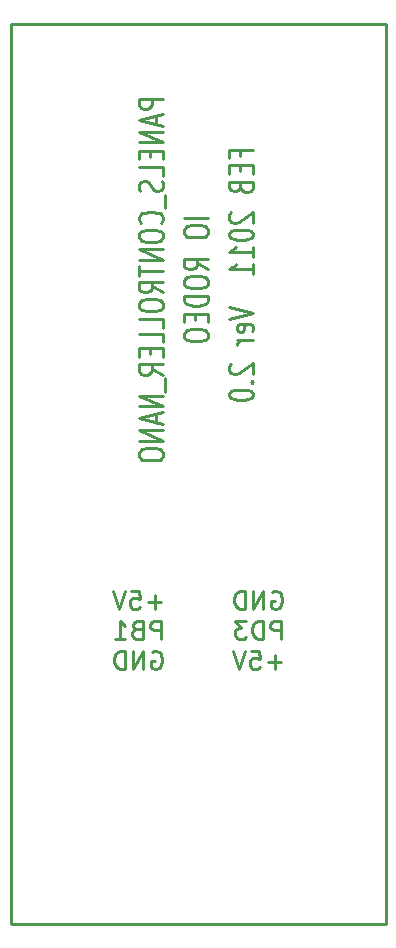
<source format=gbo>
G04 (created by PCBNEW-RS274X (2010-03-14)-final) date Wed 16 Feb 2011 04:18:36 PM PST*
G01*
G70*
G90*
%MOIN*%
G04 Gerber Fmt 3.4, Leading zero omitted, Abs format*
%FSLAX34Y34*%
G04 APERTURE LIST*
%ADD10C,0.006000*%
%ADD11C,0.010000*%
%ADD12C,0.009000*%
G04 APERTURE END LIST*
G54D10*
G54D11*
X53324Y-31457D02*
X52524Y-31457D01*
X52524Y-31857D02*
X52524Y-31971D01*
X52562Y-32029D01*
X52638Y-32086D01*
X52790Y-32114D01*
X53057Y-32114D01*
X53210Y-32086D01*
X53286Y-32029D01*
X53324Y-31971D01*
X53324Y-31857D01*
X53286Y-31800D01*
X53210Y-31743D01*
X53057Y-31714D01*
X52790Y-31714D01*
X52638Y-31743D01*
X52562Y-31800D01*
X52524Y-31857D01*
X53324Y-33172D02*
X52943Y-32972D01*
X53324Y-32829D02*
X52524Y-32829D01*
X52524Y-33057D01*
X52562Y-33115D01*
X52600Y-33143D01*
X52676Y-33172D01*
X52790Y-33172D01*
X52867Y-33143D01*
X52905Y-33115D01*
X52943Y-33057D01*
X52943Y-32829D01*
X52524Y-33543D02*
X52524Y-33657D01*
X52562Y-33715D01*
X52638Y-33772D01*
X52790Y-33800D01*
X53057Y-33800D01*
X53210Y-33772D01*
X53286Y-33715D01*
X53324Y-33657D01*
X53324Y-33543D01*
X53286Y-33486D01*
X53210Y-33429D01*
X53057Y-33400D01*
X52790Y-33400D01*
X52638Y-33429D01*
X52562Y-33486D01*
X52524Y-33543D01*
X53324Y-34058D02*
X52524Y-34058D01*
X52524Y-34201D01*
X52562Y-34286D01*
X52638Y-34344D01*
X52714Y-34372D01*
X52867Y-34401D01*
X52981Y-34401D01*
X53133Y-34372D01*
X53210Y-34344D01*
X53286Y-34286D01*
X53324Y-34201D01*
X53324Y-34058D01*
X52905Y-34658D02*
X52905Y-34858D01*
X53324Y-34944D02*
X53324Y-34658D01*
X52524Y-34658D01*
X52524Y-34944D01*
X52524Y-35315D02*
X52524Y-35429D01*
X52562Y-35487D01*
X52638Y-35544D01*
X52790Y-35572D01*
X53057Y-35572D01*
X53210Y-35544D01*
X53286Y-35487D01*
X53324Y-35429D01*
X53324Y-35315D01*
X53286Y-35258D01*
X53210Y-35201D01*
X53057Y-35172D01*
X52790Y-35172D01*
X52638Y-35201D01*
X52562Y-35258D01*
X52524Y-35315D01*
X55742Y-45493D02*
X55742Y-44893D01*
X55514Y-44893D01*
X55456Y-44921D01*
X55428Y-44950D01*
X55399Y-45007D01*
X55399Y-45093D01*
X55428Y-45150D01*
X55456Y-45179D01*
X55514Y-45207D01*
X55742Y-45207D01*
X55142Y-45493D02*
X55142Y-44893D01*
X54999Y-44893D01*
X54914Y-44921D01*
X54856Y-44979D01*
X54828Y-45036D01*
X54799Y-45150D01*
X54799Y-45236D01*
X54828Y-45350D01*
X54856Y-45407D01*
X54914Y-45464D01*
X54999Y-45493D01*
X55142Y-45493D01*
X54599Y-44893D02*
X54228Y-44893D01*
X54428Y-45121D01*
X54342Y-45121D01*
X54285Y-45150D01*
X54256Y-45179D01*
X54228Y-45236D01*
X54228Y-45379D01*
X54256Y-45436D01*
X54285Y-45464D01*
X54342Y-45493D01*
X54514Y-45493D01*
X54571Y-45464D01*
X54599Y-45436D01*
X51742Y-45493D02*
X51742Y-44893D01*
X51514Y-44893D01*
X51456Y-44921D01*
X51428Y-44950D01*
X51399Y-45007D01*
X51399Y-45093D01*
X51428Y-45150D01*
X51456Y-45179D01*
X51514Y-45207D01*
X51742Y-45207D01*
X50942Y-45179D02*
X50856Y-45207D01*
X50828Y-45236D01*
X50799Y-45293D01*
X50799Y-45379D01*
X50828Y-45436D01*
X50856Y-45464D01*
X50914Y-45493D01*
X51142Y-45493D01*
X51142Y-44893D01*
X50942Y-44893D01*
X50885Y-44921D01*
X50856Y-44950D01*
X50828Y-45007D01*
X50828Y-45064D01*
X50856Y-45121D01*
X50885Y-45150D01*
X50942Y-45179D01*
X51142Y-45179D01*
X50228Y-45493D02*
X50571Y-45493D01*
X50399Y-45493D02*
X50399Y-44893D01*
X50456Y-44979D01*
X50514Y-45036D01*
X50571Y-45064D01*
X51457Y-45921D02*
X51514Y-45893D01*
X51600Y-45893D01*
X51685Y-45921D01*
X51743Y-45979D01*
X51771Y-46036D01*
X51800Y-46150D01*
X51800Y-46236D01*
X51771Y-46350D01*
X51743Y-46407D01*
X51685Y-46464D01*
X51600Y-46493D01*
X51543Y-46493D01*
X51457Y-46464D01*
X51428Y-46436D01*
X51428Y-46236D01*
X51543Y-46236D01*
X51171Y-46493D02*
X51171Y-45893D01*
X50828Y-46493D01*
X50828Y-45893D01*
X50542Y-46493D02*
X50542Y-45893D01*
X50399Y-45893D01*
X50314Y-45921D01*
X50256Y-45979D01*
X50228Y-46036D01*
X50199Y-46150D01*
X50199Y-46236D01*
X50228Y-46350D01*
X50256Y-46407D01*
X50314Y-46464D01*
X50399Y-46493D01*
X50542Y-46493D01*
X55457Y-43921D02*
X55514Y-43893D01*
X55600Y-43893D01*
X55685Y-43921D01*
X55743Y-43979D01*
X55771Y-44036D01*
X55800Y-44150D01*
X55800Y-44236D01*
X55771Y-44350D01*
X55743Y-44407D01*
X55685Y-44464D01*
X55600Y-44493D01*
X55543Y-44493D01*
X55457Y-44464D01*
X55428Y-44436D01*
X55428Y-44236D01*
X55543Y-44236D01*
X55171Y-44493D02*
X55171Y-43893D01*
X54828Y-44493D01*
X54828Y-43893D01*
X54542Y-44493D02*
X54542Y-43893D01*
X54399Y-43893D01*
X54314Y-43921D01*
X54256Y-43979D01*
X54228Y-44036D01*
X54199Y-44150D01*
X54199Y-44236D01*
X54228Y-44350D01*
X54256Y-44407D01*
X54314Y-44464D01*
X54399Y-44493D01*
X54542Y-44493D01*
X55771Y-46264D02*
X55314Y-46264D01*
X55543Y-46493D02*
X55543Y-46036D01*
X54742Y-45893D02*
X55028Y-45893D01*
X55057Y-46179D01*
X55028Y-46150D01*
X54971Y-46121D01*
X54828Y-46121D01*
X54771Y-46150D01*
X54742Y-46179D01*
X54714Y-46236D01*
X54714Y-46379D01*
X54742Y-46436D01*
X54771Y-46464D01*
X54828Y-46493D01*
X54971Y-46493D01*
X55028Y-46464D01*
X55057Y-46436D01*
X54543Y-45893D02*
X54343Y-46493D01*
X54143Y-45893D01*
X51771Y-44264D02*
X51314Y-44264D01*
X51543Y-44493D02*
X51543Y-44036D01*
X50742Y-43893D02*
X51028Y-43893D01*
X51057Y-44179D01*
X51028Y-44150D01*
X50971Y-44121D01*
X50828Y-44121D01*
X50771Y-44150D01*
X50742Y-44179D01*
X50714Y-44236D01*
X50714Y-44379D01*
X50742Y-44436D01*
X50771Y-44464D01*
X50828Y-44493D01*
X50971Y-44493D01*
X51028Y-44464D01*
X51057Y-44436D01*
X50543Y-43893D02*
X50343Y-44493D01*
X50143Y-43893D01*
X54405Y-29394D02*
X54405Y-29194D01*
X54824Y-29194D02*
X54024Y-29194D01*
X54024Y-29480D01*
X54405Y-29708D02*
X54405Y-29908D01*
X54824Y-29994D02*
X54824Y-29708D01*
X54024Y-29708D01*
X54024Y-29994D01*
X54405Y-30451D02*
X54443Y-30537D01*
X54481Y-30565D01*
X54557Y-30594D01*
X54671Y-30594D01*
X54748Y-30565D01*
X54786Y-30537D01*
X54824Y-30479D01*
X54824Y-30251D01*
X54024Y-30251D01*
X54024Y-30451D01*
X54062Y-30508D01*
X54100Y-30537D01*
X54176Y-30565D01*
X54252Y-30565D01*
X54329Y-30537D01*
X54367Y-30508D01*
X54405Y-30451D01*
X54405Y-30251D01*
X54100Y-31279D02*
X54062Y-31308D01*
X54024Y-31365D01*
X54024Y-31508D01*
X54062Y-31565D01*
X54100Y-31594D01*
X54176Y-31622D01*
X54252Y-31622D01*
X54367Y-31594D01*
X54824Y-31251D01*
X54824Y-31622D01*
X54024Y-31993D02*
X54024Y-32050D01*
X54062Y-32107D01*
X54100Y-32136D01*
X54176Y-32165D01*
X54329Y-32193D01*
X54519Y-32193D01*
X54671Y-32165D01*
X54748Y-32136D01*
X54786Y-32107D01*
X54824Y-32050D01*
X54824Y-31993D01*
X54786Y-31936D01*
X54748Y-31907D01*
X54671Y-31879D01*
X54519Y-31850D01*
X54329Y-31850D01*
X54176Y-31879D01*
X54100Y-31907D01*
X54062Y-31936D01*
X54024Y-31993D01*
X54824Y-32764D02*
X54824Y-32421D01*
X54824Y-32593D02*
X54024Y-32593D01*
X54138Y-32536D01*
X54214Y-32478D01*
X54252Y-32421D01*
X54824Y-33335D02*
X54824Y-32992D01*
X54824Y-33164D02*
X54024Y-33164D01*
X54138Y-33107D01*
X54214Y-33049D01*
X54252Y-32992D01*
X54024Y-34415D02*
X54824Y-34615D01*
X54024Y-34815D01*
X54786Y-35243D02*
X54824Y-35186D01*
X54824Y-35072D01*
X54786Y-35015D01*
X54710Y-34986D01*
X54405Y-34986D01*
X54329Y-35015D01*
X54290Y-35072D01*
X54290Y-35186D01*
X54329Y-35243D01*
X54405Y-35272D01*
X54481Y-35272D01*
X54557Y-34986D01*
X54824Y-35529D02*
X54290Y-35529D01*
X54443Y-35529D02*
X54367Y-35557D01*
X54329Y-35586D01*
X54290Y-35643D01*
X54290Y-35700D01*
X54100Y-36328D02*
X54062Y-36357D01*
X54024Y-36414D01*
X54024Y-36557D01*
X54062Y-36614D01*
X54100Y-36643D01*
X54176Y-36671D01*
X54252Y-36671D01*
X54367Y-36643D01*
X54824Y-36300D01*
X54824Y-36671D01*
X54748Y-36928D02*
X54786Y-36956D01*
X54824Y-36928D01*
X54786Y-36899D01*
X54748Y-36928D01*
X54824Y-36928D01*
X54024Y-37328D02*
X54024Y-37385D01*
X54062Y-37442D01*
X54100Y-37471D01*
X54176Y-37500D01*
X54329Y-37528D01*
X54519Y-37528D01*
X54671Y-37500D01*
X54748Y-37471D01*
X54786Y-37442D01*
X54824Y-37385D01*
X54824Y-37328D01*
X54786Y-37271D01*
X54748Y-37242D01*
X54671Y-37214D01*
X54519Y-37185D01*
X54329Y-37185D01*
X54176Y-37214D01*
X54100Y-37242D01*
X54062Y-37271D01*
X54024Y-37328D01*
X51824Y-27485D02*
X51024Y-27485D01*
X51024Y-27713D01*
X51062Y-27771D01*
X51100Y-27799D01*
X51176Y-27828D01*
X51290Y-27828D01*
X51367Y-27799D01*
X51405Y-27771D01*
X51443Y-27713D01*
X51443Y-27485D01*
X51595Y-28056D02*
X51595Y-28342D01*
X51824Y-27999D02*
X51024Y-28199D01*
X51824Y-28399D01*
X51824Y-28599D02*
X51024Y-28599D01*
X51824Y-28942D01*
X51024Y-28942D01*
X51405Y-29228D02*
X51405Y-29428D01*
X51824Y-29514D02*
X51824Y-29228D01*
X51024Y-29228D01*
X51024Y-29514D01*
X51824Y-30057D02*
X51824Y-29771D01*
X51024Y-29771D01*
X51786Y-30228D02*
X51824Y-30314D01*
X51824Y-30457D01*
X51786Y-30514D01*
X51748Y-30543D01*
X51671Y-30571D01*
X51595Y-30571D01*
X51519Y-30543D01*
X51481Y-30514D01*
X51443Y-30457D01*
X51405Y-30343D01*
X51367Y-30285D01*
X51329Y-30257D01*
X51252Y-30228D01*
X51176Y-30228D01*
X51100Y-30257D01*
X51062Y-30285D01*
X51024Y-30343D01*
X51024Y-30485D01*
X51062Y-30571D01*
X51900Y-30685D02*
X51900Y-31142D01*
X51748Y-31628D02*
X51786Y-31599D01*
X51824Y-31513D01*
X51824Y-31456D01*
X51786Y-31371D01*
X51710Y-31313D01*
X51633Y-31285D01*
X51481Y-31256D01*
X51367Y-31256D01*
X51214Y-31285D01*
X51138Y-31313D01*
X51062Y-31371D01*
X51024Y-31456D01*
X51024Y-31513D01*
X51062Y-31599D01*
X51100Y-31628D01*
X51024Y-31999D02*
X51024Y-32113D01*
X51062Y-32171D01*
X51138Y-32228D01*
X51290Y-32256D01*
X51557Y-32256D01*
X51710Y-32228D01*
X51786Y-32171D01*
X51824Y-32113D01*
X51824Y-31999D01*
X51786Y-31942D01*
X51710Y-31885D01*
X51557Y-31856D01*
X51290Y-31856D01*
X51138Y-31885D01*
X51062Y-31942D01*
X51024Y-31999D01*
X51824Y-32514D02*
X51024Y-32514D01*
X51824Y-32857D01*
X51024Y-32857D01*
X51024Y-33057D02*
X51024Y-33400D01*
X51824Y-33229D02*
X51024Y-33229D01*
X51824Y-33943D02*
X51443Y-33743D01*
X51824Y-33600D02*
X51024Y-33600D01*
X51024Y-33828D01*
X51062Y-33886D01*
X51100Y-33914D01*
X51176Y-33943D01*
X51290Y-33943D01*
X51367Y-33914D01*
X51405Y-33886D01*
X51443Y-33828D01*
X51443Y-33600D01*
X51024Y-34314D02*
X51024Y-34428D01*
X51062Y-34486D01*
X51138Y-34543D01*
X51290Y-34571D01*
X51557Y-34571D01*
X51710Y-34543D01*
X51786Y-34486D01*
X51824Y-34428D01*
X51824Y-34314D01*
X51786Y-34257D01*
X51710Y-34200D01*
X51557Y-34171D01*
X51290Y-34171D01*
X51138Y-34200D01*
X51062Y-34257D01*
X51024Y-34314D01*
X51824Y-35115D02*
X51824Y-34829D01*
X51024Y-34829D01*
X51824Y-35601D02*
X51824Y-35315D01*
X51024Y-35315D01*
X51405Y-35801D02*
X51405Y-36001D01*
X51824Y-36087D02*
X51824Y-35801D01*
X51024Y-35801D01*
X51024Y-36087D01*
X51824Y-36687D02*
X51443Y-36487D01*
X51824Y-36344D02*
X51024Y-36344D01*
X51024Y-36572D01*
X51062Y-36630D01*
X51100Y-36658D01*
X51176Y-36687D01*
X51290Y-36687D01*
X51367Y-36658D01*
X51405Y-36630D01*
X51443Y-36572D01*
X51443Y-36344D01*
X51900Y-36801D02*
X51900Y-37258D01*
X51824Y-37401D02*
X51024Y-37401D01*
X51824Y-37744D01*
X51024Y-37744D01*
X51595Y-38001D02*
X51595Y-38287D01*
X51824Y-37944D02*
X51024Y-38144D01*
X51824Y-38344D01*
X51824Y-38544D02*
X51024Y-38544D01*
X51824Y-38887D01*
X51024Y-38887D01*
X51024Y-39287D02*
X51024Y-39401D01*
X51062Y-39459D01*
X51138Y-39516D01*
X51290Y-39544D01*
X51557Y-39544D01*
X51710Y-39516D01*
X51786Y-39459D01*
X51824Y-39401D01*
X51824Y-39287D01*
X51786Y-39230D01*
X51710Y-39173D01*
X51557Y-39144D01*
X51290Y-39144D01*
X51138Y-39173D01*
X51062Y-39230D01*
X51024Y-39287D01*
G54D12*
X59250Y-25000D02*
X46750Y-25000D01*
X59250Y-55000D02*
X59250Y-25000D01*
X46750Y-55000D02*
X59250Y-55000D01*
X46750Y-25000D02*
X46750Y-55000D01*
M02*

</source>
